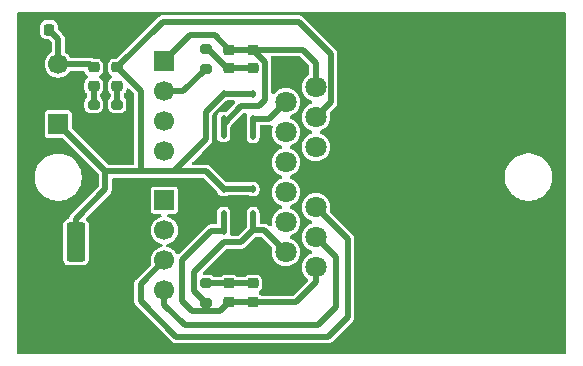
<source format=gbr>
%TF.GenerationSoftware,KiCad,Pcbnew,9.0.1*%
%TF.CreationDate,2025-04-09T21:36:18+02:00*%
%TF.ProjectId,projet_rubix_cube,70726f6a-6574-45f7-9275-6269785f6375,rev?*%
%TF.SameCoordinates,Original*%
%TF.FileFunction,Copper,L1,Top*%
%TF.FilePolarity,Positive*%
%FSLAX46Y46*%
G04 Gerber Fmt 4.6, Leading zero omitted, Abs format (unit mm)*
G04 Created by KiCad (PCBNEW 9.0.1) date 2025-04-09 21:36:18*
%MOMM*%
%LPD*%
G01*
G04 APERTURE LIST*
G04 Aperture macros list*
%AMRoundRect*
0 Rectangle with rounded corners*
0 $1 Rounding radius*
0 $2 $3 $4 $5 $6 $7 $8 $9 X,Y pos of 4 corners*
0 Add a 4 corners polygon primitive as box body*
4,1,4,$2,$3,$4,$5,$6,$7,$8,$9,$2,$3,0*
0 Add four circle primitives for the rounded corners*
1,1,$1+$1,$2,$3*
1,1,$1+$1,$4,$5*
1,1,$1+$1,$6,$7*
1,1,$1+$1,$8,$9*
0 Add four rect primitives between the rounded corners*
20,1,$1+$1,$2,$3,$4,$5,0*
20,1,$1+$1,$4,$5,$6,$7,0*
20,1,$1+$1,$6,$7,$8,$9,0*
20,1,$1+$1,$8,$9,$2,$3,0*%
G04 Aperture macros list end*
%TA.AperFunction,SMDPad,CuDef*%
%ADD10RoundRect,0.218750X-0.256250X0.218750X-0.256250X-0.218750X0.256250X-0.218750X0.256250X0.218750X0*%
%TD*%
%TA.AperFunction,SMDPad,CuDef*%
%ADD11RoundRect,0.218750X0.256250X-0.218750X0.256250X0.218750X-0.256250X0.218750X-0.256250X-0.218750X0*%
%TD*%
%TA.AperFunction,ComponentPad*%
%ADD12R,1.700000X1.700000*%
%TD*%
%TA.AperFunction,ComponentPad*%
%ADD13C,1.700000*%
%TD*%
%TA.AperFunction,ComponentPad*%
%ADD14R,1.800000X1.800000*%
%TD*%
%TA.AperFunction,ComponentPad*%
%ADD15C,1.800000*%
%TD*%
%TA.AperFunction,SMDPad,CuDef*%
%ADD16RoundRect,0.112500X-0.112500X0.187500X-0.112500X-0.187500X0.112500X-0.187500X0.112500X0.187500X0*%
%TD*%
%TA.AperFunction,SMDPad,CuDef*%
%ADD17RoundRect,0.200000X-0.275000X0.200000X-0.275000X-0.200000X0.275000X-0.200000X0.275000X0.200000X0*%
%TD*%
%TA.AperFunction,SMDPad,CuDef*%
%ADD18RoundRect,0.250000X-0.550000X1.412500X-0.550000X-1.412500X0.550000X-1.412500X0.550000X1.412500X0*%
%TD*%
%TA.AperFunction,SMDPad,CuDef*%
%ADD19RoundRect,0.225000X0.225000X0.250000X-0.225000X0.250000X-0.225000X-0.250000X0.225000X-0.250000X0*%
%TD*%
%TA.AperFunction,Conductor*%
%ADD20C,0.500000*%
%TD*%
G04 APERTURE END LIST*
D10*
%TO.P,D17,1,K*%
%TO.N,out_bobine1*%
X140500000Y-33212500D03*
%TO.P,D17,2,A*%
%TO.N,Net-(D17-A)*%
X140500000Y-34787500D03*
%TD*%
D11*
%TO.P,D19,1,K*%
%TO.N,Net-(D19-K)*%
X127000000Y-36287500D03*
%TO.P,D19,2,A*%
%TO.N,+5V*%
X127000000Y-34712500D03*
%TD*%
D12*
%TO.P,J2,1,Pin_1*%
%TO.N,alim_bobine1*%
X133000000Y-45960000D03*
D13*
%TO.P,J2,2,Pin_2*%
%TO.N,alim_bobine2*%
X133000000Y-48500000D03*
%TO.P,J2,3,Pin_3*%
%TO.N,alim_bobine3*%
X133000000Y-51040000D03*
%TO.P,J2,4,Pin_4*%
%TO.N,alim_bobine4*%
X133000000Y-53580000D03*
%TD*%
D14*
%TO.P,U2,1,SENSE_A*%
%TO.N,GND*%
X143280000Y-35105000D03*
D15*
%TO.P,U2,2,OUT1*%
%TO.N,out_bobine1*%
X145820000Y-36375000D03*
%TO.P,U2,3,OUT2*%
%TO.N,out_bobine2*%
X143280000Y-37645000D03*
%TO.P,U2,4,Vs*%
%TO.N,+24V*%
X145820000Y-38915000D03*
%TO.P,U2,5,IN1*%
%TO.N,alim_bobine1*%
X143280000Y-40185000D03*
%TO.P,U2,6,EnA*%
%TO.N,+5V*%
X145820000Y-41455000D03*
%TO.P,U2,7,IN2*%
%TO.N,alim_bobine2*%
X143280000Y-42725000D03*
%TO.P,U2,8,GND*%
%TO.N,GND*%
X145820000Y-43995000D03*
%TO.P,U2,9,Vss*%
%TO.N,+5V*%
X143280000Y-45265000D03*
%TO.P,U2,10,IN3*%
%TO.N,alim_bobine3*%
X145820000Y-46535000D03*
%TO.P,U2,11,EnB*%
%TO.N,+5V*%
X143280000Y-47805000D03*
%TO.P,U2,12,IN4*%
%TO.N,alim_bobine4*%
X145820000Y-49075000D03*
%TO.P,U2,13,OUT3*%
%TO.N,out_bobine3*%
X143280000Y-50345000D03*
%TO.P,U2,14,OUT4*%
%TO.N,out_bobine4*%
X145820000Y-51615000D03*
%TO.P,U2,15,SENSE_B*%
%TO.N,GND*%
X143280000Y-52885000D03*
%TD*%
D16*
%TO.P,D7,1,K*%
%TO.N,out_bobine3*%
X140500000Y-48500000D03*
%TO.P,D7,2,A*%
%TO.N,GND*%
X140500000Y-50600000D03*
%TD*%
D11*
%TO.P,D15,1,K*%
%TO.N,out_bobine4*%
X138500000Y-54575000D03*
%TO.P,D15,2,A*%
%TO.N,Net-(D15-A)*%
X138500000Y-53000000D03*
%TD*%
D17*
%TO.P,R6,1*%
%TO.N,Net-(D17-A)*%
X136500000Y-33175000D03*
%TO.P,R6,2*%
%TO.N,out_bobine2*%
X136500000Y-34825000D03*
%TD*%
D16*
%TO.P,D8,1,K*%
%TO.N,out_bobine4*%
X138000000Y-48550000D03*
%TO.P,D8,2,A*%
%TO.N,GND*%
X138000000Y-50650000D03*
%TD*%
%TO.P,D2,1,K*%
%TO.N,out_bobine1*%
X138000000Y-40450000D03*
%TO.P,D2,2,A*%
%TO.N,GND*%
X138000000Y-42550000D03*
%TD*%
D17*
%TO.P,R3,1*%
%TO.N,Net-(D19-K)*%
X127000000Y-37850000D03*
%TO.P,R3,2*%
%TO.N,GND*%
X127000000Y-39500000D03*
%TD*%
D10*
%TO.P,D16,1,K*%
%TO.N,Net-(D15-A)*%
X140500000Y-53000000D03*
%TO.P,D16,2,A*%
%TO.N,out_bobine4*%
X140500000Y-54575000D03*
%TD*%
D16*
%TO.P,D6,1,K*%
%TO.N,+24V*%
X138000000Y-45000000D03*
%TO.P,D6,2,A*%
%TO.N,out_bobine4*%
X138000000Y-47100000D03*
%TD*%
D12*
%TO.P,J1,1,Pin_1*%
%TO.N,out_bobine1*%
X133000000Y-34190000D03*
D13*
%TO.P,J1,2,Pin_2*%
%TO.N,out_bobine2*%
X133000000Y-36730000D03*
%TO.P,J1,3,Pin_3*%
%TO.N,out_bobine3*%
X133000000Y-39270000D03*
%TO.P,J1,4,Pin_4*%
%TO.N,out_bobine4*%
X133000000Y-41810000D03*
%TD*%
D12*
%TO.P,J3,1,Pin_1*%
%TO.N,+24V*%
X124000000Y-39500000D03*
D13*
%TO.P,J3,2,Pin_2*%
%TO.N,GND*%
X124000000Y-36960000D03*
%TO.P,J3,3,Pin_3*%
%TO.N,+5V*%
X124000000Y-34420000D03*
%TD*%
D11*
%TO.P,D14,1,K*%
%TO.N,Net-(D14-K)*%
X129000000Y-36287500D03*
%TO.P,D14,2,A*%
%TO.N,+24V*%
X129000000Y-34712500D03*
%TD*%
D16*
%TO.P,D1,1,K*%
%TO.N,+24V*%
X138000000Y-36950000D03*
%TO.P,D1,2,A*%
%TO.N,out_bobine1*%
X138000000Y-39050000D03*
%TD*%
%TO.P,D4,1,K*%
%TO.N,out_bobine2*%
X140500000Y-40500000D03*
%TO.P,D4,2,A*%
%TO.N,GND*%
X140500000Y-42600000D03*
%TD*%
D17*
%TO.P,R4,1*%
%TO.N,Net-(D14-K)*%
X129000000Y-37850000D03*
%TO.P,R4,2*%
%TO.N,GND*%
X129000000Y-39500000D03*
%TD*%
%TO.P,R5,1*%
%TO.N,Net-(D15-A)*%
X136500000Y-52962500D03*
%TO.P,R5,2*%
%TO.N,out_bobine3*%
X136500000Y-54612500D03*
%TD*%
D16*
%TO.P,D5,1,K*%
%TO.N,+24V*%
X140500000Y-45000000D03*
%TO.P,D5,2,A*%
%TO.N,out_bobine3*%
X140500000Y-47100000D03*
%TD*%
D18*
%TO.P,C2,1*%
%TO.N,+24V*%
X125500000Y-49500000D03*
%TO.P,C2,2*%
%TO.N,GND*%
X125500000Y-54575000D03*
%TD*%
D11*
%TO.P,D18,1,K*%
%TO.N,Net-(D17-A)*%
X138500000Y-34787500D03*
%TO.P,D18,2,A*%
%TO.N,out_bobine1*%
X138500000Y-33212500D03*
%TD*%
D16*
%TO.P,D3,1,K*%
%TO.N,+24V*%
X140500000Y-36950000D03*
%TO.P,D3,2,A*%
%TO.N,out_bobine2*%
X140500000Y-39050000D03*
%TD*%
D19*
%TO.P,C1,1*%
%TO.N,GND*%
X124775000Y-31500000D03*
%TO.P,C1,2*%
%TO.N,+5V*%
X123225000Y-31500000D03*
%TD*%
D20*
%TO.N,+5V*%
X126707500Y-34420000D02*
X127000000Y-34712500D01*
X124000000Y-32275000D02*
X123225000Y-31500000D01*
X124000000Y-34420000D02*
X126707500Y-34420000D01*
X124000000Y-34420000D02*
X124000000Y-32275000D01*
%TO.N,GND*%
X127000000Y-39500000D02*
X129000000Y-39500000D01*
X138000000Y-50650000D02*
X140450000Y-50650000D01*
X124460000Y-36960000D02*
X127000000Y-39500000D01*
X140450000Y-50650000D02*
X140500000Y-50600000D01*
X124000000Y-36960000D02*
X124460000Y-36960000D01*
X140450000Y-42550000D02*
X140500000Y-42600000D01*
X138000000Y-42550000D02*
X140450000Y-42550000D01*
%TO.N,+24V*%
X147071000Y-37664000D02*
X147071000Y-33571000D01*
X136500000Y-43500000D02*
X133799700Y-43500000D01*
X144356250Y-30856250D02*
X132856250Y-30856250D01*
X138000000Y-45000000D02*
X140500000Y-45000000D01*
X138000000Y-45000000D02*
X136500000Y-43500000D01*
X131000000Y-36712500D02*
X131000000Y-43500000D01*
X136500000Y-40799700D02*
X133799700Y-43500000D01*
X132856250Y-30856250D02*
X129000000Y-34712500D01*
X125500000Y-49500000D02*
X125500000Y-47500000D01*
X145820000Y-38915000D02*
X147071000Y-37664000D01*
X129000000Y-34712500D02*
X131000000Y-36712500D01*
X136500000Y-38450000D02*
X136500000Y-40799700D01*
X124000000Y-39500000D02*
X126500000Y-42000000D01*
X147071000Y-33571000D02*
X144356250Y-30856250D01*
X128000000Y-43500000D02*
X126500000Y-42000000D01*
X128000000Y-45000000D02*
X128000000Y-43500000D01*
X131000000Y-43500000D02*
X128000000Y-43500000D01*
X133799700Y-43500000D02*
X131000000Y-43500000D01*
X125500000Y-47500000D02*
X128000000Y-45000000D01*
X138000000Y-36950000D02*
X140500000Y-36950000D01*
X138000000Y-36950000D02*
X136500000Y-38450000D01*
%TO.N,alim_bobine3*%
X131000000Y-53040000D02*
X131000000Y-54500000D01*
X131000000Y-54500000D02*
X134000000Y-57500000D01*
X148500000Y-55818309D02*
X148500000Y-49215000D01*
X148500000Y-49215000D02*
X145820000Y-46535000D01*
X134000000Y-57500000D02*
X146818309Y-57500000D01*
X133000000Y-51040000D02*
X131000000Y-53040000D01*
X146818309Y-57500000D02*
X148500000Y-55818309D01*
%TO.N,alim_bobine4*%
X133000000Y-54790000D02*
X134710000Y-56500000D01*
X133000000Y-53580000D02*
X133000000Y-54790000D01*
X147500000Y-55000000D02*
X147500000Y-50755000D01*
X147500000Y-50755000D02*
X145820000Y-49075000D01*
X134710000Y-56500000D02*
X146000000Y-56500000D01*
X146000000Y-56500000D02*
X147500000Y-55000000D01*
%TO.N,out_bobine1*%
X145820000Y-34320000D02*
X144712500Y-33212500D01*
X138000000Y-39500000D02*
X139500000Y-38000000D01*
X139500000Y-38000000D02*
X141000000Y-38000000D01*
X145820000Y-36375000D02*
X145820000Y-34320000D01*
X141500000Y-37500000D02*
X141500000Y-34212500D01*
X135190000Y-32000000D02*
X137287500Y-32000000D01*
X144712500Y-33212500D02*
X140500000Y-33212500D01*
X138000000Y-39500000D02*
X138000000Y-39050000D01*
X138000000Y-40450000D02*
X138000000Y-39500000D01*
X138500000Y-33212500D02*
X140500000Y-33212500D01*
X137287500Y-32000000D02*
X138500000Y-33212500D01*
X141500000Y-34212500D02*
X140500000Y-33212500D01*
X141000000Y-38000000D02*
X141500000Y-37500000D01*
X133000000Y-34190000D02*
X135190000Y-32000000D01*
%TO.N,out_bobine2*%
X134595000Y-36730000D02*
X136500000Y-34825000D01*
X140500000Y-39050000D02*
X141875000Y-39050000D01*
X141875000Y-39050000D02*
X143280000Y-37645000D01*
X133000000Y-36730000D02*
X134595000Y-36730000D01*
X140500000Y-40500000D02*
X140500000Y-39050000D01*
%TO.N,out_bobine3*%
X141435000Y-48500000D02*
X143280000Y-50345000D01*
X135500000Y-52000000D02*
X138000000Y-49500000D01*
X140500000Y-47100000D02*
X140500000Y-48500000D01*
X136500000Y-54612500D02*
X135500000Y-53612500D01*
X139500000Y-49500000D02*
X140500000Y-48500000D01*
X138000000Y-49500000D02*
X139500000Y-49500000D01*
X140500000Y-48500000D02*
X141435000Y-48500000D01*
X135500000Y-53612500D02*
X135500000Y-52000000D01*
%TO.N,out_bobine4*%
X138000000Y-48550000D02*
X136950000Y-48550000D01*
X134500000Y-51000000D02*
X134500000Y-54500000D01*
X145820000Y-52887792D02*
X145820000Y-51615000D01*
X136950000Y-48550000D02*
X134500000Y-51000000D01*
X140500000Y-54575000D02*
X144132792Y-54575000D01*
X138000000Y-47100000D02*
X138000000Y-48550000D01*
X140500000Y-54575000D02*
X138500000Y-54575000D01*
X134500000Y-54500000D02*
X135363500Y-55363500D01*
X144132792Y-54575000D02*
X145820000Y-52887792D01*
X135363500Y-55363500D02*
X137711500Y-55363500D01*
X137711500Y-55363500D02*
X138500000Y-54575000D01*
%TO.N,Net-(D14-K)*%
X129000000Y-37850000D02*
X129000000Y-36287500D01*
%TO.N,Net-(D15-A)*%
X138462500Y-52962500D02*
X138500000Y-53000000D01*
X140500000Y-53000000D02*
X138500000Y-53000000D01*
X136500000Y-52962500D02*
X138462500Y-52962500D01*
%TO.N,Net-(D17-A)*%
X138500000Y-34787500D02*
X140500000Y-34787500D01*
X136500000Y-33175000D02*
X136675000Y-33175000D01*
X138287500Y-34787500D02*
X138500000Y-34787500D01*
X136675000Y-33175000D02*
X138287500Y-34787500D01*
%TO.N,Net-(D19-K)*%
X127000000Y-36287500D02*
X127000000Y-37850000D01*
%TD*%
%TA.AperFunction,Conductor*%
%TO.N,GND*%
G36*
X166925000Y-30020462D02*
G01*
X166979538Y-30075000D01*
X166999500Y-30149500D01*
X166999500Y-58850500D01*
X166979538Y-58925000D01*
X166925000Y-58979538D01*
X166850500Y-58999500D01*
X120649500Y-58999500D01*
X120575000Y-58979538D01*
X120520462Y-58925000D01*
X120500500Y-58850500D01*
X120500500Y-43868876D01*
X121999500Y-43868876D01*
X121999500Y-44131123D01*
X122033728Y-44391107D01*
X122033728Y-44391110D01*
X122101600Y-44644415D01*
X122101600Y-44644416D01*
X122201959Y-44886701D01*
X122231135Y-44937235D01*
X122330189Y-45108803D01*
X122333078Y-45113806D01*
X122333078Y-45113807D01*
X122492715Y-45321848D01*
X122678151Y-45507284D01*
X122824148Y-45619312D01*
X122886197Y-45666924D01*
X123113303Y-45798043D01*
X123317809Y-45882752D01*
X123355583Y-45898399D01*
X123443332Y-45921910D01*
X123608884Y-45966270D01*
X123608890Y-45966270D01*
X123608891Y-45966271D01*
X123645834Y-45971134D01*
X123868877Y-46000499D01*
X123868878Y-46000500D01*
X123868880Y-46000500D01*
X124131122Y-46000500D01*
X124131122Y-46000499D01*
X124391108Y-45966271D01*
X124391110Y-45966271D01*
X124391111Y-45966270D01*
X124391116Y-45966270D01*
X124644415Y-45898399D01*
X124644416Y-45898399D01*
X124644417Y-45898398D01*
X124644419Y-45898398D01*
X124886697Y-45798043D01*
X125113803Y-45666924D01*
X125321848Y-45507284D01*
X125321849Y-45507284D01*
X125507284Y-45321849D01*
X125507284Y-45321848D01*
X125511119Y-45316851D01*
X125666924Y-45113803D01*
X125798043Y-44886697D01*
X125898398Y-44644419D01*
X125966270Y-44391116D01*
X126000500Y-44131120D01*
X126000500Y-43868880D01*
X125966270Y-43608884D01*
X125898398Y-43355581D01*
X125798043Y-43113303D01*
X125666924Y-42886197D01*
X125666921Y-42886193D01*
X125666921Y-42886192D01*
X125507284Y-42678151D01*
X125321848Y-42492715D01*
X125113806Y-42333078D01*
X125105142Y-42328076D01*
X124947503Y-42237063D01*
X124886701Y-42201959D01*
X124886699Y-42201958D01*
X124886697Y-42201957D01*
X124811154Y-42170666D01*
X124644416Y-42101600D01*
X124418255Y-42041002D01*
X124391116Y-42033730D01*
X124391114Y-42033729D01*
X124391108Y-42033728D01*
X124131123Y-41999500D01*
X124131120Y-41999500D01*
X123868880Y-41999500D01*
X123868876Y-41999500D01*
X123608892Y-42033728D01*
X123608889Y-42033728D01*
X123355584Y-42101600D01*
X123355583Y-42101600D01*
X123113298Y-42201959D01*
X122886193Y-42333078D01*
X122886192Y-42333078D01*
X122678151Y-42492715D01*
X122678151Y-42492716D01*
X122678149Y-42492718D01*
X122492718Y-42678149D01*
X122492716Y-42678151D01*
X122492715Y-42678151D01*
X122333078Y-42886192D01*
X122333078Y-42886193D01*
X122201959Y-43113298D01*
X122101600Y-43355583D01*
X122101600Y-43355584D01*
X122033728Y-43608889D01*
X122033728Y-43608892D01*
X121999500Y-43868876D01*
X120500500Y-43868876D01*
X120500500Y-38605135D01*
X122849500Y-38605135D01*
X122849500Y-38605136D01*
X122849500Y-38605140D01*
X122849500Y-40394866D01*
X122852414Y-40419989D01*
X122852415Y-40419992D01*
X122897793Y-40522764D01*
X122897794Y-40522765D01*
X122977235Y-40602206D01*
X123080009Y-40647585D01*
X123105135Y-40650500D01*
X124310256Y-40650499D01*
X124384756Y-40670461D01*
X124415615Y-40694140D01*
X127405859Y-43684384D01*
X127444423Y-43751179D01*
X127449500Y-43789743D01*
X127449500Y-44710257D01*
X127429538Y-44784757D01*
X127405859Y-44815616D01*
X125059489Y-47161985D01*
X125018950Y-47232201D01*
X125018947Y-47232207D01*
X125011912Y-47244394D01*
X124987016Y-47287515D01*
X124949500Y-47427525D01*
X124949500Y-47431556D01*
X124943620Y-47448435D01*
X124930216Y-47468152D01*
X124921084Y-47490173D01*
X124908894Y-47499517D01*
X124900260Y-47512220D01*
X124878795Y-47522593D01*
X124859874Y-47537099D01*
X124835680Y-47543428D01*
X124830816Y-47545780D01*
X124827599Y-47545543D01*
X124820687Y-47547352D01*
X124818440Y-47547621D01*
X124818436Y-47547622D01*
X124677658Y-47603138D01*
X124677658Y-47603139D01*
X124557079Y-47694576D01*
X124557076Y-47694579D01*
X124465639Y-47815158D01*
X124465638Y-47815158D01*
X124410122Y-47955936D01*
X124399500Y-48044394D01*
X124399500Y-50955605D01*
X124410122Y-51044063D01*
X124465638Y-51184841D01*
X124557076Y-51305420D01*
X124557079Y-51305423D01*
X124580547Y-51323219D01*
X124677658Y-51396861D01*
X124818436Y-51452377D01*
X124906898Y-51463000D01*
X124906899Y-51463000D01*
X126093101Y-51463000D01*
X126093102Y-51463000D01*
X126181564Y-51452377D01*
X126322342Y-51396861D01*
X126442922Y-51305422D01*
X126534361Y-51184842D01*
X126589877Y-51044064D01*
X126600500Y-50955602D01*
X126600500Y-48044398D01*
X126589877Y-47955936D01*
X126534361Y-47815158D01*
X126523245Y-47800500D01*
X126442923Y-47694579D01*
X126442920Y-47694576D01*
X126380904Y-47647548D01*
X126374921Y-47643011D01*
X126327622Y-47582091D01*
X126317119Y-47505681D01*
X126346229Y-47434257D01*
X126359586Y-47418937D01*
X128440510Y-45338015D01*
X128512984Y-45212485D01*
X128550500Y-45072474D01*
X128550500Y-44927526D01*
X128550500Y-44927525D01*
X128550500Y-44199500D01*
X128570462Y-44125000D01*
X128625000Y-44070462D01*
X128699500Y-44050500D01*
X130927525Y-44050500D01*
X133727225Y-44050500D01*
X133727226Y-44050500D01*
X133872174Y-44050500D01*
X136210257Y-44050500D01*
X136284757Y-44070462D01*
X136315616Y-44094141D01*
X137446481Y-45225006D01*
X137485045Y-45291801D01*
X137488287Y-45307051D01*
X137489817Y-45316714D01*
X137511608Y-45359481D01*
X137549211Y-45433281D01*
X137641719Y-45525789D01*
X137758285Y-45585182D01*
X137854997Y-45600500D01*
X138145002Y-45600499D01*
X138241715Y-45585182D01*
X138277910Y-45566740D01*
X138345554Y-45550500D01*
X140154446Y-45550500D01*
X140222089Y-45566739D01*
X140258285Y-45585182D01*
X140354997Y-45600500D01*
X140645002Y-45600499D01*
X140741715Y-45585182D01*
X140858281Y-45525789D01*
X140950789Y-45433281D01*
X141010182Y-45316715D01*
X141025500Y-45220003D01*
X141025499Y-45185390D01*
X141030576Y-45146827D01*
X141050500Y-45072475D01*
X141050500Y-44927525D01*
X141030575Y-44853167D01*
X141025499Y-44814604D01*
X141025499Y-44780001D01*
X141024228Y-44771975D01*
X141010182Y-44683285D01*
X140950789Y-44566719D01*
X140858281Y-44474211D01*
X140777910Y-44433260D01*
X140741716Y-44414818D01*
X140725596Y-44412265D01*
X140645003Y-44399500D01*
X140644998Y-44399500D01*
X140355001Y-44399500D01*
X140258283Y-44414818D01*
X140258282Y-44414818D01*
X140222090Y-44433260D01*
X140154446Y-44449500D01*
X138345554Y-44449500D01*
X138292483Y-44439728D01*
X138285024Y-44436884D01*
X138241715Y-44414818D01*
X138216764Y-44410865D01*
X138202294Y-44405350D01*
X138183160Y-44391517D01*
X138161593Y-44381914D01*
X138150006Y-44371481D01*
X136838015Y-43059490D01*
X136712485Y-42987016D01*
X136572475Y-42949500D01*
X135488443Y-42949500D01*
X135413943Y-42929538D01*
X135359405Y-42875000D01*
X135339443Y-42800500D01*
X135359405Y-42726000D01*
X135383084Y-42695141D01*
X136135300Y-41942925D01*
X136940510Y-41137715D01*
X137012984Y-41012185D01*
X137022737Y-40975788D01*
X137025073Y-40967072D01*
X137050499Y-40872178D01*
X137050500Y-40872174D01*
X137050500Y-38739742D01*
X137070462Y-38665242D01*
X137094137Y-38634387D01*
X138150007Y-37578516D01*
X138202295Y-37544648D01*
X138216762Y-37539133D01*
X138241715Y-37535182D01*
X138285026Y-37513113D01*
X138292485Y-37510271D01*
X138314105Y-37508050D01*
X138345554Y-37500500D01*
X138861257Y-37500500D01*
X138935757Y-37520462D01*
X138990295Y-37575000D01*
X139010257Y-37649500D01*
X138990295Y-37724000D01*
X138966616Y-37754859D01*
X138308296Y-38413177D01*
X138241501Y-38451741D01*
X138179631Y-38454984D01*
X138156319Y-38451292D01*
X138145003Y-38449500D01*
X138145001Y-38449500D01*
X137855001Y-38449500D01*
X137758284Y-38464818D01*
X137758282Y-38464819D01*
X137641718Y-38524211D01*
X137549211Y-38616718D01*
X137489818Y-38733283D01*
X137489818Y-38733285D01*
X137474500Y-38829997D01*
X137474500Y-38830001D01*
X137474500Y-38864607D01*
X137469423Y-38903172D01*
X137449500Y-38977523D01*
X137449500Y-40522478D01*
X137469423Y-40596830D01*
X137474500Y-40635390D01*
X137474500Y-40669997D01*
X137477219Y-40687165D01*
X137489818Y-40766715D01*
X137549211Y-40883281D01*
X137641719Y-40975789D01*
X137758285Y-41035182D01*
X137854997Y-41050500D01*
X138145002Y-41050499D01*
X138241715Y-41035182D01*
X138358281Y-40975789D01*
X138450789Y-40883281D01*
X138510182Y-40766715D01*
X138525500Y-40670003D01*
X138525499Y-40635390D01*
X138530576Y-40596827D01*
X138550500Y-40522475D01*
X138550500Y-39789743D01*
X138570462Y-39715243D01*
X138594141Y-39684384D01*
X139684384Y-38594141D01*
X139701371Y-38584333D01*
X139715243Y-38570462D01*
X139734191Y-38565384D01*
X139751179Y-38555577D01*
X139789743Y-38550500D01*
X139844312Y-38550500D01*
X139918812Y-38570462D01*
X139973350Y-38625000D01*
X139993312Y-38699500D01*
X139991478Y-38722809D01*
X139989819Y-38733282D01*
X139989818Y-38733285D01*
X139974500Y-38829997D01*
X139974500Y-38830001D01*
X139974500Y-38830002D01*
X139974500Y-38864607D01*
X139969423Y-38903172D01*
X139949500Y-38977523D01*
X139949500Y-40572478D01*
X139969423Y-40646830D01*
X139974500Y-40685390D01*
X139974500Y-40719997D01*
X139989818Y-40816715D01*
X139989819Y-40816717D01*
X139994448Y-40825801D01*
X140049211Y-40933281D01*
X140141719Y-41025789D01*
X140258285Y-41085182D01*
X140354997Y-41100500D01*
X140645002Y-41100499D01*
X140741715Y-41085182D01*
X140858281Y-41025789D01*
X140950789Y-40933281D01*
X141010182Y-40816715D01*
X141025500Y-40720003D01*
X141025499Y-40685390D01*
X141030576Y-40646827D01*
X141050500Y-40572475D01*
X141050500Y-39749500D01*
X141070462Y-39675000D01*
X141125000Y-39620462D01*
X141199500Y-39600500D01*
X141947474Y-39600500D01*
X141947475Y-39600500D01*
X141967370Y-39595168D01*
X142044495Y-39595167D01*
X142111291Y-39633729D01*
X142149858Y-39700522D01*
X142149860Y-39777650D01*
X142147644Y-39785134D01*
X142109059Y-39903886D01*
X142098226Y-39972283D01*
X142079500Y-40090519D01*
X142079500Y-40279481D01*
X142109060Y-40466118D01*
X142167453Y-40645832D01*
X142167457Y-40645841D01*
X142167458Y-40645842D01*
X142181263Y-40672936D01*
X142253240Y-40814199D01*
X142364310Y-40967073D01*
X142497927Y-41100690D01*
X142650801Y-41211760D01*
X142819168Y-41297547D01*
X142867629Y-41313293D01*
X142932314Y-41355300D01*
X142967329Y-41424022D01*
X142963292Y-41501044D01*
X142921285Y-41565729D01*
X142867629Y-41596706D01*
X142819168Y-41612453D01*
X142819163Y-41612455D01*
X142819157Y-41612458D01*
X142650804Y-41698238D01*
X142650799Y-41698241D01*
X142497936Y-41809303D01*
X142497925Y-41809312D01*
X142364312Y-41942925D01*
X142364303Y-41942936D01*
X142253241Y-42095799D01*
X142253238Y-42095804D01*
X142167458Y-42264157D01*
X142167455Y-42264163D01*
X142167453Y-42264168D01*
X142109060Y-42443882D01*
X142079500Y-42630519D01*
X142079500Y-42819481D01*
X142109060Y-43006118D01*
X142167453Y-43185832D01*
X142253240Y-43354199D01*
X142364310Y-43507073D01*
X142497927Y-43640690D01*
X142650801Y-43751760D01*
X142819168Y-43837547D01*
X142867629Y-43853293D01*
X142932314Y-43895300D01*
X142967329Y-43964022D01*
X142963292Y-44041044D01*
X142921285Y-44105729D01*
X142867629Y-44136706D01*
X142819168Y-44152453D01*
X142819163Y-44152455D01*
X142819157Y-44152458D01*
X142650804Y-44238238D01*
X142650799Y-44238241D01*
X142497936Y-44349303D01*
X142497925Y-44349312D01*
X142364312Y-44482925D01*
X142364303Y-44482936D01*
X142253241Y-44635799D01*
X142253238Y-44635804D01*
X142167458Y-44804157D01*
X142167451Y-44804174D01*
X142140636Y-44886701D01*
X142109060Y-44983882D01*
X142079500Y-45170519D01*
X142079500Y-45359481D01*
X142109060Y-45546118D01*
X142167453Y-45725832D01*
X142167457Y-45725841D01*
X142167458Y-45725842D01*
X142181263Y-45752936D01*
X142253240Y-45894199D01*
X142364310Y-46047073D01*
X142497927Y-46180690D01*
X142650801Y-46291760D01*
X142819168Y-46377547D01*
X142867629Y-46393293D01*
X142932314Y-46435300D01*
X142967329Y-46504022D01*
X142963292Y-46581044D01*
X142921285Y-46645729D01*
X142867629Y-46676706D01*
X142819168Y-46692453D01*
X142819163Y-46692455D01*
X142819157Y-46692458D01*
X142650804Y-46778238D01*
X142650799Y-46778241D01*
X142497936Y-46889303D01*
X142497925Y-46889312D01*
X142364312Y-47022925D01*
X142364303Y-47022936D01*
X142253241Y-47175799D01*
X142253238Y-47175804D01*
X142167458Y-47344157D01*
X142167451Y-47344174D01*
X142140368Y-47427525D01*
X142109060Y-47523882D01*
X142079500Y-47710519D01*
X142079500Y-47899481D01*
X142092180Y-47979538D01*
X142095553Y-48000836D01*
X142087490Y-48077542D01*
X142042155Y-48139939D01*
X141971695Y-48171310D01*
X141894989Y-48163247D01*
X141843028Y-48129503D01*
X141773015Y-48059490D01*
X141746876Y-48044399D01*
X141647485Y-47987016D01*
X141507475Y-47949500D01*
X141199500Y-47949500D01*
X141125000Y-47929538D01*
X141070462Y-47875000D01*
X141050500Y-47800500D01*
X141050500Y-47027525D01*
X141050499Y-47027523D01*
X141042007Y-46995832D01*
X141030575Y-46953167D01*
X141025499Y-46914604D01*
X141025499Y-46880001D01*
X141025499Y-46879998D01*
X141010182Y-46783285D01*
X140950789Y-46666719D01*
X140858281Y-46574211D01*
X140842125Y-46565979D01*
X140741716Y-46514818D01*
X140725596Y-46512265D01*
X140645003Y-46499500D01*
X140644998Y-46499500D01*
X140355001Y-46499500D01*
X140258284Y-46514818D01*
X140258282Y-46514819D01*
X140141718Y-46574211D01*
X140049211Y-46666718D01*
X139989818Y-46783283D01*
X139989818Y-46783285D01*
X139974500Y-46879997D01*
X139974500Y-46879998D01*
X139974500Y-46880001D01*
X139974500Y-46914607D01*
X139969423Y-46953172D01*
X139949500Y-47027523D01*
X139949500Y-48210257D01*
X139929538Y-48284757D01*
X139905859Y-48315616D01*
X139315616Y-48905859D01*
X139248821Y-48944423D01*
X139210257Y-48949500D01*
X138671527Y-48949500D01*
X138668148Y-48948594D01*
X138664733Y-48949345D01*
X138631105Y-48938669D01*
X138597027Y-48929538D01*
X138594554Y-48927065D01*
X138591221Y-48926007D01*
X138567434Y-48899945D01*
X138542489Y-48875000D01*
X138541584Y-48871622D01*
X138539226Y-48869039D01*
X138536684Y-48853338D01*
X138522527Y-48800500D01*
X138522682Y-48793706D01*
X138523061Y-48785401D01*
X138525500Y-48770003D01*
X138525499Y-48731984D01*
X138525654Y-48728595D01*
X138526918Y-48724612D01*
X138530576Y-48696827D01*
X138550500Y-48622475D01*
X138550500Y-47027525D01*
X138530575Y-46953167D01*
X138525499Y-46914604D01*
X138525499Y-46880001D01*
X138525499Y-46879998D01*
X138510182Y-46783285D01*
X138450789Y-46666719D01*
X138358281Y-46574211D01*
X138342125Y-46565979D01*
X138241716Y-46514818D01*
X138225596Y-46512265D01*
X138145003Y-46499500D01*
X138144998Y-46499500D01*
X137855001Y-46499500D01*
X137758284Y-46514818D01*
X137758282Y-46514819D01*
X137641718Y-46574211D01*
X137549211Y-46666718D01*
X137489818Y-46783283D01*
X137489818Y-46783285D01*
X137474500Y-46879997D01*
X137474500Y-46879998D01*
X137474500Y-46880001D01*
X137474500Y-46914607D01*
X137469423Y-46953172D01*
X137449500Y-47027523D01*
X137449500Y-47850500D01*
X137429538Y-47925000D01*
X137375000Y-47979538D01*
X137300500Y-47999500D01*
X136877525Y-47999500D01*
X136737515Y-48037016D01*
X136737513Y-48037016D01*
X136737513Y-48037017D01*
X136611984Y-48109490D01*
X134230431Y-50491042D01*
X134163636Y-50529606D01*
X134086508Y-50529606D01*
X134019713Y-50491042D01*
X133992312Y-50453327D01*
X133983997Y-50437008D01*
X133983994Y-50437003D01*
X133894643Y-50314022D01*
X133877553Y-50290499D01*
X133749501Y-50162447D01*
X133602994Y-50056004D01*
X133441639Y-49973789D01*
X133269408Y-49917828D01*
X133265223Y-49917166D01*
X133194762Y-49885796D01*
X133149427Y-49823398D01*
X133141364Y-49746693D01*
X133172734Y-49676232D01*
X133235132Y-49630897D01*
X133265223Y-49622834D01*
X133265362Y-49622811D01*
X133269409Y-49622171D01*
X133441639Y-49566211D01*
X133602994Y-49483996D01*
X133749501Y-49377553D01*
X133877553Y-49249501D01*
X133983996Y-49102994D01*
X134066211Y-48941639D01*
X134122171Y-48769409D01*
X134150500Y-48590546D01*
X134150500Y-48409454D01*
X134122171Y-48230591D01*
X134066211Y-48058361D01*
X133983996Y-47897006D01*
X133877553Y-47750499D01*
X133749501Y-47622447D01*
X133602994Y-47516004D01*
X133441639Y-47433789D01*
X133395904Y-47418929D01*
X133341361Y-47401207D01*
X133276676Y-47359200D01*
X133241660Y-47290478D01*
X133245696Y-47213456D01*
X133287703Y-47148771D01*
X133356425Y-47113755D01*
X133387401Y-47110499D01*
X133894864Y-47110499D01*
X133894867Y-47110499D01*
X133909940Y-47108750D01*
X133919991Y-47107585D01*
X134022765Y-47062206D01*
X134102206Y-46982765D01*
X134147585Y-46879991D01*
X134150500Y-46854865D01*
X134150499Y-45065136D01*
X134147585Y-45040009D01*
X134102206Y-44937235D01*
X134022765Y-44857794D01*
X134022764Y-44857793D01*
X133919994Y-44812416D01*
X133919991Y-44812415D01*
X133919982Y-44812414D01*
X133894865Y-44809500D01*
X133894859Y-44809500D01*
X132105133Y-44809500D01*
X132080010Y-44812414D01*
X132080007Y-44812415D01*
X131977235Y-44857793D01*
X131897793Y-44937235D01*
X131852416Y-45040005D01*
X131852415Y-45040008D01*
X131852415Y-45040009D01*
X131849500Y-45065135D01*
X131849500Y-45065136D01*
X131849500Y-45065140D01*
X131849500Y-46854866D01*
X131852414Y-46879989D01*
X131852415Y-46879992D01*
X131897793Y-46982764D01*
X131897794Y-46982765D01*
X131977235Y-47062206D01*
X132080009Y-47107585D01*
X132105135Y-47110500D01*
X132612596Y-47110499D01*
X132687094Y-47130461D01*
X132741632Y-47184999D01*
X132761594Y-47259499D01*
X132741632Y-47333999D01*
X132687094Y-47388537D01*
X132658638Y-47401206D01*
X132558364Y-47433786D01*
X132558363Y-47433787D01*
X132397004Y-47516005D01*
X132397003Y-47516005D01*
X132250500Y-47622446D01*
X132250497Y-47622448D01*
X132122448Y-47750497D01*
X132122446Y-47750500D01*
X132016005Y-47897003D01*
X132016005Y-47897004D01*
X131933789Y-48058360D01*
X131899710Y-48163247D01*
X131877829Y-48230591D01*
X131849500Y-48409454D01*
X131849500Y-48590546D01*
X131877829Y-48769409D01*
X131933789Y-48941639D01*
X132014733Y-49100500D01*
X132016005Y-49102995D01*
X132016005Y-49102996D01*
X132028695Y-49120462D01*
X132122447Y-49249501D01*
X132250499Y-49377553D01*
X132397006Y-49483996D01*
X132558361Y-49566211D01*
X132730591Y-49622171D01*
X132730592Y-49622171D01*
X132730595Y-49622172D01*
X132734779Y-49622835D01*
X132805238Y-49654206D01*
X132850573Y-49716604D01*
X132858634Y-49793310D01*
X132827263Y-49863769D01*
X132764865Y-49909104D01*
X132734779Y-49917165D01*
X132730595Y-49917827D01*
X132558360Y-49973789D01*
X132397004Y-50056005D01*
X132397003Y-50056005D01*
X132250500Y-50162446D01*
X132250497Y-50162448D01*
X132122448Y-50290497D01*
X132122446Y-50290500D01*
X132016005Y-50437003D01*
X132016005Y-50437004D01*
X131933789Y-50598360D01*
X131877829Y-50770591D01*
X131849500Y-50949454D01*
X131849500Y-51130546D01*
X131870113Y-51260690D01*
X131876103Y-51298510D01*
X131868040Y-51375215D01*
X131834296Y-51427177D01*
X130559489Y-52701985D01*
X130537196Y-52740599D01*
X130511019Y-52785940D01*
X130503018Y-52799798D01*
X130487016Y-52827513D01*
X130449500Y-52967524D01*
X130449500Y-54572475D01*
X130473485Y-54661986D01*
X130487016Y-54712486D01*
X130518268Y-54766616D01*
X130559490Y-54838015D01*
X133661986Y-57940510D01*
X133787515Y-58012984D01*
X133927525Y-58050500D01*
X146890784Y-58050500D01*
X147030794Y-58012984D01*
X147156324Y-57940510D01*
X148940510Y-56156324D01*
X149012984Y-56030794D01*
X149024714Y-55987016D01*
X149050500Y-55890784D01*
X149050500Y-49142525D01*
X149012984Y-49002515D01*
X148982376Y-48949500D01*
X148940510Y-48876985D01*
X147028209Y-46964684D01*
X146989645Y-46897889D01*
X146989645Y-46821823D01*
X146989574Y-46821806D01*
X146989645Y-46821510D01*
X146989645Y-46820761D01*
X146990593Y-46817560D01*
X146990940Y-46816116D01*
X146996140Y-46783283D01*
X147020500Y-46629481D01*
X147020500Y-46440519D01*
X146990940Y-46253882D01*
X146932547Y-46074168D01*
X146846760Y-45905801D01*
X146735690Y-45752927D01*
X146602073Y-45619310D01*
X146449199Y-45508240D01*
X146280832Y-45422453D01*
X146101118Y-45364060D01*
X145914481Y-45334500D01*
X145725519Y-45334500D01*
X145538882Y-45364060D01*
X145359168Y-45422453D01*
X145359163Y-45422455D01*
X145359157Y-45422458D01*
X145190804Y-45508238D01*
X145190799Y-45508241D01*
X145037936Y-45619303D01*
X145037925Y-45619312D01*
X144904312Y-45752925D01*
X144904303Y-45752936D01*
X144793241Y-45905799D01*
X144793238Y-45905804D01*
X144707458Y-46074157D01*
X144707455Y-46074163D01*
X144707453Y-46074168D01*
X144649060Y-46253882D01*
X144619500Y-46440519D01*
X144619500Y-46629481D01*
X144649060Y-46816118D01*
X144707453Y-46995832D01*
X144707457Y-46995841D01*
X144707458Y-46995842D01*
X144721263Y-47022936D01*
X144793240Y-47164199D01*
X144904310Y-47317073D01*
X145037927Y-47450690D01*
X145190801Y-47561760D01*
X145359168Y-47647547D01*
X145407629Y-47663293D01*
X145472314Y-47705300D01*
X145507329Y-47774022D01*
X145503292Y-47851044D01*
X145461285Y-47915729D01*
X145407629Y-47946706D01*
X145359168Y-47962453D01*
X145359163Y-47962455D01*
X145359157Y-47962458D01*
X145190804Y-48048238D01*
X145190799Y-48048241D01*
X145037936Y-48159303D01*
X145037925Y-48159312D01*
X144904312Y-48292925D01*
X144904303Y-48292936D01*
X144793241Y-48445799D01*
X144793238Y-48445804D01*
X144707458Y-48614157D01*
X144707455Y-48614163D01*
X144707453Y-48614168D01*
X144649060Y-48793882D01*
X144619500Y-48980519D01*
X144619500Y-49169481D01*
X144649060Y-49356118D01*
X144707453Y-49535832D01*
X144707457Y-49535841D01*
X144707458Y-49535842D01*
X144721263Y-49562936D01*
X144793240Y-49704199D01*
X144904310Y-49857073D01*
X145037927Y-49990690D01*
X145190801Y-50101760D01*
X145359168Y-50187547D01*
X145407629Y-50203293D01*
X145472314Y-50245300D01*
X145507329Y-50314022D01*
X145503292Y-50391044D01*
X145461285Y-50455729D01*
X145407629Y-50486706D01*
X145359168Y-50502453D01*
X145359163Y-50502455D01*
X145359157Y-50502458D01*
X145190804Y-50588238D01*
X145190799Y-50588241D01*
X145037936Y-50699303D01*
X145037925Y-50699312D01*
X144904312Y-50832925D01*
X144904303Y-50832936D01*
X144793241Y-50985799D01*
X144793238Y-50985804D01*
X144707458Y-51154157D01*
X144707455Y-51154163D01*
X144707453Y-51154168D01*
X144649060Y-51333882D01*
X144619500Y-51520519D01*
X144619500Y-51709481D01*
X144649060Y-51896118D01*
X144707453Y-52075832D01*
X144793240Y-52244199D01*
X144904310Y-52397073D01*
X145037927Y-52530690D01*
X145037935Y-52530696D01*
X145105674Y-52579911D01*
X145154212Y-52639851D01*
X145166277Y-52716030D01*
X145138636Y-52788035D01*
X145123452Y-52805813D01*
X143948408Y-53980859D01*
X143881613Y-54019423D01*
X143843049Y-54024500D01*
X141227452Y-54024500D01*
X141218033Y-54021976D01*
X141208368Y-54023273D01*
X141190991Y-54014730D01*
X141152952Y-54004538D01*
X141137038Y-53993933D01*
X141127830Y-53986904D01*
X141126867Y-53985633D01*
X141021767Y-53905933D01*
X140998339Y-53875557D01*
X140974850Y-53845303D01*
X140974816Y-53845056D01*
X140974664Y-53844859D01*
X140969568Y-53806880D01*
X140964347Y-53768893D01*
X140964441Y-53768662D01*
X140964408Y-53768416D01*
X140978996Y-53732949D01*
X140993457Y-53697469D01*
X140993683Y-53697242D01*
X140993748Y-53697086D01*
X140994150Y-53696775D01*
X141022148Y-53668777D01*
X141126867Y-53589367D01*
X141213115Y-53475632D01*
X141265479Y-53342846D01*
X141275500Y-53259402D01*
X141275500Y-52740598D01*
X141265479Y-52657154D01*
X141213115Y-52524368D01*
X141141203Y-52429538D01*
X141126868Y-52410634D01*
X141126865Y-52410631D01*
X141064578Y-52363398D01*
X141013132Y-52324385D01*
X141013130Y-52324384D01*
X140985072Y-52313319D01*
X140880346Y-52272021D01*
X140880343Y-52272020D01*
X140880342Y-52272020D01*
X140796902Y-52262000D01*
X140203098Y-52262000D01*
X140203097Y-52262000D01*
X140119657Y-52272020D01*
X140119655Y-52272020D01*
X140119654Y-52272021D01*
X140067291Y-52292670D01*
X139986869Y-52324384D01*
X139986868Y-52324384D01*
X139865012Y-52416791D01*
X139863172Y-52414365D01*
X139811112Y-52444423D01*
X139772548Y-52449500D01*
X139227452Y-52449500D01*
X139152952Y-52429538D01*
X139135485Y-52416135D01*
X139134988Y-52416791D01*
X139064578Y-52363398D01*
X139013132Y-52324385D01*
X139013130Y-52324384D01*
X138985072Y-52313319D01*
X138880346Y-52272021D01*
X138880343Y-52272020D01*
X138880342Y-52272020D01*
X138796902Y-52262000D01*
X138203098Y-52262000D01*
X138203097Y-52262000D01*
X138119657Y-52272020D01*
X138119655Y-52272020D01*
X138119654Y-52272021D01*
X138067291Y-52292670D01*
X137986869Y-52324384D01*
X137986868Y-52324384D01*
X137911255Y-52381724D01*
X137839831Y-52410834D01*
X137821224Y-52412000D01*
X137191551Y-52412000D01*
X137117051Y-52392038D01*
X137102258Y-52382280D01*
X137017333Y-52318704D01*
X137017329Y-52318702D01*
X136882482Y-52268408D01*
X136822885Y-52262000D01*
X136376242Y-52262000D01*
X136301742Y-52242038D01*
X136247204Y-52187500D01*
X136227242Y-52113000D01*
X136247204Y-52038500D01*
X136270879Y-52007645D01*
X138184384Y-50094141D01*
X138251179Y-50055577D01*
X138289743Y-50050500D01*
X139572475Y-50050500D01*
X139712485Y-50012984D01*
X139715781Y-50011080D01*
X139722877Y-50006985D01*
X139769825Y-49979879D01*
X139838015Y-49940510D01*
X140650007Y-49128516D01*
X140702295Y-49094648D01*
X140716762Y-49089133D01*
X140741715Y-49085182D01*
X140785024Y-49063115D01*
X140792486Y-49060271D01*
X140814104Y-49058050D01*
X140845554Y-49050500D01*
X141145257Y-49050500D01*
X141219757Y-49070462D01*
X141250616Y-49094141D01*
X142071789Y-49915314D01*
X142110353Y-49982109D01*
X142110353Y-50058172D01*
X142110426Y-50058190D01*
X142110353Y-50058494D01*
X142110353Y-50059237D01*
X142109408Y-50062429D01*
X142109061Y-50063874D01*
X142103061Y-50101758D01*
X142079500Y-50250519D01*
X142079500Y-50439481D01*
X142109060Y-50626118D01*
X142167453Y-50805832D01*
X142167457Y-50805841D01*
X142167458Y-50805842D01*
X142181263Y-50832936D01*
X142253240Y-50974199D01*
X142364310Y-51127073D01*
X142497927Y-51260690D01*
X142650801Y-51371760D01*
X142819168Y-51457547D01*
X142998882Y-51515940D01*
X143185519Y-51545500D01*
X143185524Y-51545500D01*
X143374476Y-51545500D01*
X143374481Y-51545500D01*
X143561118Y-51515940D01*
X143740832Y-51457547D01*
X143909199Y-51371760D01*
X144062073Y-51260690D01*
X144195690Y-51127073D01*
X144306760Y-50974199D01*
X144392547Y-50805832D01*
X144450940Y-50626118D01*
X144480500Y-50439481D01*
X144480500Y-50250519D01*
X144450940Y-50063882D01*
X144392547Y-49884168D01*
X144306760Y-49715801D01*
X144195690Y-49562927D01*
X144062073Y-49429310D01*
X143909199Y-49318240D01*
X143740832Y-49232453D01*
X143740828Y-49232451D01*
X143740822Y-49232449D01*
X143692371Y-49216707D01*
X143627686Y-49174701D01*
X143592670Y-49105979D01*
X143596707Y-49028957D01*
X143638713Y-48964272D01*
X143692371Y-48933293D01*
X143740832Y-48917547D01*
X143909199Y-48831760D01*
X144062073Y-48720690D01*
X144195690Y-48587073D01*
X144306760Y-48434199D01*
X144392547Y-48265832D01*
X144450940Y-48086118D01*
X144480500Y-47899481D01*
X144480500Y-47710519D01*
X144450940Y-47523882D01*
X144392547Y-47344168D01*
X144306760Y-47175801D01*
X144195690Y-47022927D01*
X144062073Y-46889310D01*
X143909199Y-46778240D01*
X143740832Y-46692453D01*
X143740828Y-46692451D01*
X143740822Y-46692449D01*
X143692371Y-46676707D01*
X143627686Y-46634701D01*
X143592670Y-46565979D01*
X143596707Y-46488957D01*
X143638713Y-46424272D01*
X143692371Y-46393293D01*
X143740832Y-46377547D01*
X143909199Y-46291760D01*
X144062073Y-46180690D01*
X144195690Y-46047073D01*
X144306760Y-45894199D01*
X144392547Y-45725832D01*
X144450940Y-45546118D01*
X144480500Y-45359481D01*
X144480500Y-45170519D01*
X144450940Y-44983882D01*
X144392547Y-44804168D01*
X144306760Y-44635801D01*
X144195690Y-44482927D01*
X144062073Y-44349310D01*
X143909199Y-44238240D01*
X143740832Y-44152453D01*
X143740828Y-44152451D01*
X143740822Y-44152449D01*
X143692371Y-44136707D01*
X143627686Y-44094701D01*
X143592670Y-44025979D01*
X143596707Y-43948957D01*
X143638713Y-43884272D01*
X143674040Y-43863876D01*
X161819500Y-43863876D01*
X161819500Y-44126123D01*
X161853728Y-44386107D01*
X161853728Y-44386110D01*
X161921600Y-44639415D01*
X161921600Y-44639416D01*
X161979832Y-44779998D01*
X162010140Y-44853169D01*
X162021959Y-44881701D01*
X162048416Y-44927526D01*
X162132100Y-45072472D01*
X162153078Y-45108806D01*
X162153078Y-45108807D01*
X162312715Y-45316848D01*
X162498151Y-45502284D01*
X162650662Y-45619310D01*
X162706197Y-45661924D01*
X162933303Y-45793043D01*
X163137809Y-45877752D01*
X163175583Y-45893399D01*
X163263332Y-45916910D01*
X163428884Y-45961270D01*
X163428890Y-45961270D01*
X163428891Y-45961271D01*
X163465834Y-45966134D01*
X163688877Y-45995499D01*
X163688878Y-45995500D01*
X163688880Y-45995500D01*
X163951122Y-45995500D01*
X163951122Y-45995499D01*
X164211108Y-45961271D01*
X164211110Y-45961271D01*
X164211111Y-45961270D01*
X164211116Y-45961270D01*
X164464415Y-45893399D01*
X164464416Y-45893399D01*
X164464417Y-45893398D01*
X164464419Y-45893398D01*
X164706697Y-45793043D01*
X164933803Y-45661924D01*
X165141848Y-45502284D01*
X165141849Y-45502284D01*
X165327284Y-45316849D01*
X165327284Y-45316848D01*
X165327386Y-45316716D01*
X165486924Y-45108803D01*
X165618043Y-44881697D01*
X165718398Y-44639419D01*
X165786270Y-44386116D01*
X165820500Y-44126120D01*
X165820500Y-43863880D01*
X165786270Y-43603884D01*
X165719368Y-43354200D01*
X165718399Y-43350584D01*
X165718399Y-43350583D01*
X165702752Y-43312809D01*
X165618043Y-43108303D01*
X165486924Y-42881197D01*
X165486921Y-42881193D01*
X165486921Y-42881192D01*
X165327284Y-42673151D01*
X165141848Y-42487715D01*
X164933806Y-42328078D01*
X164706701Y-42196959D01*
X164706699Y-42196958D01*
X164706697Y-42196957D01*
X164631154Y-42165666D01*
X164464416Y-42096600D01*
X164229769Y-42033728D01*
X164211116Y-42028730D01*
X164211114Y-42028729D01*
X164211108Y-42028728D01*
X163951123Y-41994500D01*
X163951120Y-41994500D01*
X163688880Y-41994500D01*
X163688876Y-41994500D01*
X163428892Y-42028728D01*
X163428889Y-42028728D01*
X163175584Y-42096600D01*
X163175583Y-42096600D01*
X162933298Y-42196959D01*
X162706193Y-42328078D01*
X162706192Y-42328078D01*
X162498151Y-42487715D01*
X162498151Y-42487716D01*
X162498149Y-42487718D01*
X162312718Y-42673149D01*
X162312716Y-42673151D01*
X162312715Y-42673151D01*
X162153078Y-42881192D01*
X162153078Y-42881193D01*
X162021959Y-43108298D01*
X161921600Y-43350583D01*
X161921600Y-43350584D01*
X161853728Y-43603889D01*
X161853728Y-43603892D01*
X161819500Y-43863876D01*
X143674040Y-43863876D01*
X143692371Y-43853293D01*
X143740832Y-43837547D01*
X143909199Y-43751760D01*
X144062073Y-43640690D01*
X144195690Y-43507073D01*
X144306760Y-43354199D01*
X144392547Y-43185832D01*
X144450940Y-43006118D01*
X144480500Y-42819481D01*
X144480500Y-42630519D01*
X144450940Y-42443882D01*
X144392547Y-42264168D01*
X144306760Y-42095801D01*
X144195690Y-41942927D01*
X144062073Y-41809310D01*
X143909199Y-41698240D01*
X143740832Y-41612453D01*
X143740828Y-41612451D01*
X143740822Y-41612449D01*
X143692371Y-41596707D01*
X143627686Y-41554701D01*
X143592670Y-41485979D01*
X143596707Y-41408957D01*
X143638713Y-41344272D01*
X143692371Y-41313293D01*
X143740832Y-41297547D01*
X143909199Y-41211760D01*
X144062073Y-41100690D01*
X144195690Y-40967073D01*
X144306760Y-40814199D01*
X144392547Y-40645832D01*
X144450940Y-40466118D01*
X144480500Y-40279481D01*
X144480500Y-40090519D01*
X144450940Y-39903882D01*
X144392547Y-39724168D01*
X144306760Y-39555801D01*
X144195690Y-39402927D01*
X144062073Y-39269310D01*
X143909199Y-39158240D01*
X143740832Y-39072453D01*
X143740828Y-39072451D01*
X143740822Y-39072449D01*
X143692371Y-39056707D01*
X143627686Y-39014701D01*
X143592670Y-38945979D01*
X143596707Y-38868957D01*
X143638713Y-38804272D01*
X143692371Y-38773293D01*
X143740832Y-38757547D01*
X143909199Y-38671760D01*
X144062073Y-38560690D01*
X144195690Y-38427073D01*
X144306760Y-38274199D01*
X144392547Y-38105832D01*
X144450940Y-37926118D01*
X144480500Y-37739481D01*
X144480500Y-37550519D01*
X144450940Y-37363882D01*
X144392547Y-37184168D01*
X144306760Y-37015801D01*
X144195690Y-36862927D01*
X144062073Y-36729310D01*
X143909199Y-36618240D01*
X143740832Y-36532453D01*
X143561118Y-36474060D01*
X143374481Y-36444500D01*
X143185519Y-36444500D01*
X142998882Y-36474060D01*
X142819168Y-36532453D01*
X142819163Y-36532455D01*
X142819157Y-36532458D01*
X142650804Y-36618238D01*
X142650799Y-36618241D01*
X142497936Y-36729303D01*
X142497925Y-36729312D01*
X142364312Y-36862925D01*
X142364303Y-36862936D01*
X142320043Y-36923855D01*
X142260103Y-36972393D01*
X142183925Y-36984459D01*
X142111920Y-36956818D01*
X142063382Y-36896878D01*
X142050500Y-36836275D01*
X142050500Y-34140025D01*
X142050499Y-34140023D01*
X142050387Y-34139606D01*
X142012984Y-34000015D01*
X142005179Y-33986498D01*
X141985218Y-33912002D01*
X142005179Y-33837502D01*
X142059716Y-33782963D01*
X142134216Y-33763000D01*
X144422757Y-33763000D01*
X144497257Y-33782962D01*
X144528116Y-33806641D01*
X145225859Y-34504383D01*
X145264423Y-34571178D01*
X145269500Y-34609742D01*
X145269500Y-35216833D01*
X145249538Y-35291333D01*
X145195760Y-35345110D01*
X145195801Y-35345176D01*
X145195527Y-35345343D01*
X145195000Y-35345871D01*
X145192081Y-35347455D01*
X145190795Y-35348243D01*
X145037936Y-35459303D01*
X145037925Y-35459312D01*
X144904312Y-35592925D01*
X144904303Y-35592936D01*
X144793241Y-35745799D01*
X144793238Y-35745804D01*
X144707458Y-35914157D01*
X144707455Y-35914163D01*
X144707453Y-35914168D01*
X144649060Y-36093882D01*
X144619500Y-36280519D01*
X144619500Y-36469481D01*
X144649060Y-36656118D01*
X144707453Y-36835832D01*
X144707457Y-36835841D01*
X144707458Y-36835842D01*
X144721263Y-36862936D01*
X144793240Y-37004199D01*
X144904310Y-37157073D01*
X145037927Y-37290690D01*
X145190801Y-37401760D01*
X145359168Y-37487547D01*
X145407629Y-37503293D01*
X145472314Y-37545300D01*
X145507329Y-37614022D01*
X145503292Y-37691044D01*
X145461285Y-37755729D01*
X145407629Y-37786706D01*
X145359168Y-37802453D01*
X145359163Y-37802455D01*
X145359157Y-37802458D01*
X145190804Y-37888238D01*
X145190799Y-37888241D01*
X145037936Y-37999303D01*
X145037925Y-37999312D01*
X144904312Y-38132925D01*
X144904303Y-38132936D01*
X144793241Y-38285799D01*
X144793238Y-38285804D01*
X144707458Y-38454157D01*
X144707451Y-38454174D01*
X144666564Y-38580010D01*
X144649060Y-38633882D01*
X144619500Y-38820519D01*
X144619500Y-39009481D01*
X144649060Y-39196118D01*
X144707453Y-39375832D01*
X144707457Y-39375841D01*
X144707458Y-39375842D01*
X144721263Y-39402936D01*
X144793240Y-39544199D01*
X144904310Y-39697073D01*
X145037927Y-39830690D01*
X145190801Y-39941760D01*
X145359168Y-40027547D01*
X145407629Y-40043293D01*
X145472314Y-40085300D01*
X145507329Y-40154022D01*
X145503292Y-40231044D01*
X145461285Y-40295729D01*
X145407629Y-40326706D01*
X145359168Y-40342453D01*
X145359163Y-40342455D01*
X145359157Y-40342458D01*
X145190804Y-40428238D01*
X145190799Y-40428241D01*
X145037936Y-40539303D01*
X145037925Y-40539312D01*
X144904312Y-40672925D01*
X144904303Y-40672936D01*
X144793241Y-40825799D01*
X144793238Y-40825804D01*
X144707458Y-40994157D01*
X144707451Y-40994174D01*
X144685901Y-41060497D01*
X144649060Y-41173882D01*
X144619500Y-41360519D01*
X144619500Y-41549481D01*
X144649060Y-41736118D01*
X144707453Y-41915832D01*
X144707457Y-41915841D01*
X144707458Y-41915842D01*
X144721263Y-41942936D01*
X144793240Y-42084199D01*
X144904310Y-42237073D01*
X145037927Y-42370690D01*
X145190801Y-42481760D01*
X145359168Y-42567547D01*
X145538882Y-42625940D01*
X145725519Y-42655500D01*
X145725524Y-42655500D01*
X145914476Y-42655500D01*
X145914481Y-42655500D01*
X146101118Y-42625940D01*
X146280832Y-42567547D01*
X146449199Y-42481760D01*
X146602073Y-42370690D01*
X146735690Y-42237073D01*
X146846760Y-42084199D01*
X146932547Y-41915832D01*
X146990940Y-41736118D01*
X147020500Y-41549481D01*
X147020500Y-41360519D01*
X146990940Y-41173882D01*
X146932547Y-40994168D01*
X146846760Y-40825801D01*
X146735690Y-40672927D01*
X146602073Y-40539310D01*
X146449199Y-40428240D01*
X146280832Y-40342453D01*
X146280828Y-40342451D01*
X146280822Y-40342449D01*
X146232371Y-40326707D01*
X146167686Y-40284701D01*
X146132670Y-40215979D01*
X146136707Y-40138957D01*
X146178713Y-40074272D01*
X146232371Y-40043293D01*
X146280832Y-40027547D01*
X146449199Y-39941760D01*
X146602073Y-39830690D01*
X146735690Y-39697073D01*
X146846760Y-39544199D01*
X146932547Y-39375832D01*
X146990940Y-39196118D01*
X147020500Y-39009481D01*
X147020500Y-38820519D01*
X146990940Y-38633882D01*
X146990939Y-38633879D01*
X146989574Y-38628194D01*
X146991393Y-38627757D01*
X146987821Y-38559710D01*
X147022829Y-38490984D01*
X147028188Y-38485335D01*
X147511510Y-38002015D01*
X147583984Y-37876485D01*
X147590321Y-37852835D01*
X147594293Y-37838014D01*
X147612154Y-37771354D01*
X147621500Y-37736475D01*
X147621500Y-33498525D01*
X147583984Y-33358515D01*
X147548947Y-33297829D01*
X147511510Y-33232985D01*
X144694265Y-30415740D01*
X144568735Y-30343266D01*
X144428725Y-30305750D01*
X132783775Y-30305750D01*
X132643765Y-30343266D01*
X132643763Y-30343266D01*
X132643763Y-30343267D01*
X132518234Y-30415740D01*
X129003116Y-33930859D01*
X128936321Y-33969423D01*
X128897757Y-33974500D01*
X128703097Y-33974500D01*
X128619657Y-33984520D01*
X128619655Y-33984520D01*
X128619654Y-33984521D01*
X128567291Y-34005170D01*
X128486869Y-34036884D01*
X128486868Y-34036884D01*
X128373134Y-34123131D01*
X128373131Y-34123134D01*
X128286884Y-34236868D01*
X128286884Y-34236869D01*
X128234521Y-34369655D01*
X128234520Y-34369657D01*
X128224500Y-34453097D01*
X128224500Y-34971902D01*
X128234520Y-35055342D01*
X128234520Y-35055343D01*
X128234521Y-35055346D01*
X128264940Y-35132483D01*
X128286884Y-35188130D01*
X128286884Y-35188131D01*
X128373131Y-35301865D01*
X128373134Y-35301868D01*
X128477849Y-35381276D01*
X128525149Y-35442198D01*
X128535652Y-35518607D01*
X128506542Y-35590031D01*
X128477849Y-35618724D01*
X128373134Y-35698131D01*
X128373131Y-35698134D01*
X128286884Y-35811868D01*
X128286884Y-35811869D01*
X128270882Y-35852448D01*
X128246548Y-35914157D01*
X128234521Y-35944655D01*
X128234520Y-35944657D01*
X128230216Y-35980499D01*
X128224500Y-36028098D01*
X128224500Y-36546902D01*
X128234521Y-36630346D01*
X128286885Y-36763132D01*
X128373133Y-36876867D01*
X128373135Y-36876868D01*
X128373137Y-36876871D01*
X128390529Y-36890059D01*
X128408645Y-36913391D01*
X128429538Y-36934284D01*
X128431999Y-36943469D01*
X128437830Y-36950979D01*
X128449500Y-37008784D01*
X128449500Y-37156450D01*
X128429538Y-37230950D01*
X128389795Y-37275729D01*
X128367454Y-37292453D01*
X128367452Y-37292455D01*
X128281204Y-37407666D01*
X128281202Y-37407670D01*
X128230908Y-37542517D01*
X128224500Y-37602114D01*
X128224500Y-38097863D01*
X128224502Y-38097888D01*
X128230908Y-38157478D01*
X128230909Y-38157484D01*
X128281202Y-38292329D01*
X128281204Y-38292333D01*
X128367452Y-38407544D01*
X128367455Y-38407547D01*
X128482666Y-38493795D01*
X128482670Y-38493797D01*
X128617517Y-38544091D01*
X128677114Y-38550499D01*
X128677118Y-38550499D01*
X128677127Y-38550500D01*
X129322872Y-38550499D01*
X129382483Y-38544091D01*
X129502038Y-38499500D01*
X129517329Y-38493797D01*
X129517333Y-38493795D01*
X129606461Y-38427073D01*
X129632546Y-38407546D01*
X129718796Y-38292331D01*
X129721156Y-38286005D01*
X129739243Y-38237511D01*
X129769091Y-38157483D01*
X129774643Y-38105842D01*
X129775499Y-38097885D01*
X129775499Y-38097882D01*
X129775500Y-38097873D01*
X129775499Y-37602128D01*
X129769091Y-37542517D01*
X129745587Y-37479499D01*
X129718797Y-37407670D01*
X129718795Y-37407666D01*
X129632547Y-37292455D01*
X129632545Y-37292453D01*
X129610205Y-37275729D01*
X129591667Y-37252155D01*
X129570462Y-37230950D01*
X129568120Y-37222211D01*
X129562529Y-37215101D01*
X129550500Y-37156450D01*
X129550500Y-37008784D01*
X129570462Y-36934284D01*
X129609471Y-36890059D01*
X129626862Y-36876871D01*
X129626862Y-36876870D01*
X129626867Y-36876867D01*
X129713115Y-36763132D01*
X129765479Y-36630346D01*
X129769012Y-36600926D01*
X129797714Y-36529338D01*
X129858366Y-36481692D01*
X129934714Y-36470755D01*
X130006303Y-36499457D01*
X130022308Y-36513333D01*
X130405859Y-36896884D01*
X130444423Y-36963679D01*
X130449500Y-37002243D01*
X130449500Y-42800500D01*
X130429538Y-42875000D01*
X130375000Y-42929538D01*
X130300500Y-42949500D01*
X128289743Y-42949500D01*
X128215243Y-42929538D01*
X128184384Y-42905859D01*
X125194140Y-39915615D01*
X125155576Y-39848820D01*
X125150499Y-39810256D01*
X125150499Y-38605133D01*
X125147585Y-38580010D01*
X125147584Y-38580008D01*
X125102206Y-38477235D01*
X125022765Y-38397794D01*
X125022764Y-38397793D01*
X124919994Y-38352416D01*
X124919991Y-38352415D01*
X124919982Y-38352414D01*
X124894865Y-38349500D01*
X124894859Y-38349500D01*
X123105133Y-38349500D01*
X123080010Y-38352414D01*
X123080007Y-38352415D01*
X122977235Y-38397793D01*
X122897793Y-38477235D01*
X122852416Y-38580005D01*
X122852415Y-38580008D01*
X122852415Y-38580009D01*
X122849500Y-38605135D01*
X120500500Y-38605135D01*
X120500500Y-31208852D01*
X122474500Y-31208852D01*
X122474500Y-31791147D01*
X122484640Y-31875590D01*
X122537635Y-32009973D01*
X122537638Y-32009979D01*
X122606574Y-32100883D01*
X122624922Y-32125078D01*
X122670376Y-32159547D01*
X122740020Y-32212361D01*
X122740023Y-32212362D01*
X122740025Y-32212364D01*
X122807217Y-32238861D01*
X122874409Y-32265359D01*
X122890260Y-32267262D01*
X122958856Y-32275500D01*
X123160257Y-32275500D01*
X123179205Y-32280577D01*
X123198821Y-32280577D01*
X123215808Y-32290384D01*
X123234757Y-32295462D01*
X123265616Y-32319141D01*
X123405859Y-32459383D01*
X123444423Y-32526177D01*
X123449500Y-32564742D01*
X123449500Y-33321945D01*
X123429538Y-33396445D01*
X123388080Y-33442489D01*
X123250500Y-33542446D01*
X123250497Y-33542448D01*
X123122448Y-33670497D01*
X123122446Y-33670500D01*
X123016005Y-33817003D01*
X123016005Y-33817004D01*
X122933789Y-33978360D01*
X122910675Y-34049500D01*
X122877829Y-34150591D01*
X122849500Y-34329454D01*
X122849500Y-34510546D01*
X122877829Y-34689409D01*
X122933789Y-34861639D01*
X123005829Y-35003025D01*
X123016005Y-35022995D01*
X123016005Y-35022996D01*
X123039509Y-35055346D01*
X123122447Y-35169501D01*
X123250499Y-35297553D01*
X123397006Y-35403996D01*
X123558361Y-35486211D01*
X123730591Y-35542171D01*
X123909454Y-35570500D01*
X123909458Y-35570500D01*
X124090542Y-35570500D01*
X124090546Y-35570500D01*
X124269409Y-35542171D01*
X124441639Y-35486211D01*
X124602994Y-35403996D01*
X124749501Y-35297553D01*
X124877553Y-35169501D01*
X124977511Y-35031920D01*
X125037451Y-34983382D01*
X125098055Y-34970500D01*
X126099653Y-34970500D01*
X126174153Y-34990462D01*
X126228691Y-35045000D01*
X126238262Y-35064833D01*
X126264940Y-35132483D01*
X126286884Y-35188130D01*
X126286884Y-35188131D01*
X126373131Y-35301865D01*
X126373134Y-35301868D01*
X126477849Y-35381276D01*
X126525149Y-35442198D01*
X126535652Y-35518607D01*
X126506542Y-35590031D01*
X126477849Y-35618724D01*
X126373134Y-35698131D01*
X126373131Y-35698134D01*
X126286884Y-35811868D01*
X126286884Y-35811869D01*
X126270882Y-35852448D01*
X126246548Y-35914157D01*
X126234521Y-35944655D01*
X126234520Y-35944657D01*
X126230216Y-35980499D01*
X126224500Y-36028098D01*
X126224500Y-36546902D01*
X126234521Y-36630346D01*
X126286885Y-36763132D01*
X126373133Y-36876867D01*
X126373135Y-36876868D01*
X126373137Y-36876871D01*
X126390529Y-36890059D01*
X126408645Y-36913391D01*
X126429538Y-36934284D01*
X126431999Y-36943469D01*
X126437830Y-36950979D01*
X126449500Y-37008784D01*
X126449500Y-37156450D01*
X126429538Y-37230950D01*
X126389795Y-37275729D01*
X126367454Y-37292453D01*
X126367452Y-37292455D01*
X126281204Y-37407666D01*
X126281202Y-37407670D01*
X126230908Y-37542517D01*
X126224500Y-37602114D01*
X126224500Y-38097863D01*
X126224502Y-38097888D01*
X126230908Y-38157478D01*
X126230909Y-38157484D01*
X126281202Y-38292329D01*
X126281204Y-38292333D01*
X126367452Y-38407544D01*
X126367455Y-38407547D01*
X126482666Y-38493795D01*
X126482670Y-38493797D01*
X126617517Y-38544091D01*
X126677114Y-38550499D01*
X126677118Y-38550499D01*
X126677127Y-38550500D01*
X127322872Y-38550499D01*
X127382483Y-38544091D01*
X127502038Y-38499500D01*
X127517329Y-38493797D01*
X127517333Y-38493795D01*
X127606461Y-38427073D01*
X127632546Y-38407546D01*
X127718796Y-38292331D01*
X127721156Y-38286005D01*
X127739243Y-38237511D01*
X127769091Y-38157483D01*
X127774643Y-38105842D01*
X127775499Y-38097885D01*
X127775499Y-38097882D01*
X127775500Y-38097873D01*
X127775499Y-37602128D01*
X127769091Y-37542517D01*
X127745587Y-37479499D01*
X127718797Y-37407670D01*
X127718795Y-37407666D01*
X127632547Y-37292455D01*
X127632545Y-37292453D01*
X127610205Y-37275729D01*
X127591667Y-37252155D01*
X127570462Y-37230950D01*
X127568120Y-37222211D01*
X127562529Y-37215101D01*
X127550500Y-37156450D01*
X127550500Y-37008784D01*
X127570462Y-36934284D01*
X127609471Y-36890059D01*
X127626862Y-36876871D01*
X127626862Y-36876870D01*
X127626867Y-36876867D01*
X127713115Y-36763132D01*
X127765479Y-36630346D01*
X127775500Y-36546902D01*
X127775500Y-36028098D01*
X127765479Y-35944654D01*
X127713115Y-35811868D01*
X127626868Y-35698134D01*
X127626865Y-35698131D01*
X127571606Y-35656227D01*
X127522149Y-35618722D01*
X127474850Y-35557803D01*
X127464347Y-35481393D01*
X127493457Y-35409969D01*
X127522148Y-35381277D01*
X127626867Y-35301867D01*
X127713115Y-35188132D01*
X127765479Y-35055346D01*
X127775500Y-34971902D01*
X127775500Y-34453098D01*
X127765479Y-34369654D01*
X127713115Y-34236868D01*
X127630014Y-34127283D01*
X127626868Y-34123134D01*
X127626865Y-34123131D01*
X127542982Y-34059521D01*
X127513132Y-34036885D01*
X127513130Y-34036884D01*
X127448240Y-34011295D01*
X127380346Y-33984521D01*
X127380343Y-33984520D01*
X127380342Y-33984520D01*
X127296902Y-33974500D01*
X127076796Y-33974500D01*
X127020629Y-33963508D01*
X127011153Y-33959651D01*
X126919985Y-33907016D01*
X126817261Y-33879491D01*
X126808277Y-33877083D01*
X126808273Y-33877082D01*
X126779978Y-33869500D01*
X126779975Y-33869500D01*
X125098055Y-33869500D01*
X125023555Y-33849538D01*
X124977511Y-33808080D01*
X124948447Y-33768077D01*
X124877553Y-33670499D01*
X124749501Y-33542447D01*
X124611920Y-33442489D01*
X124563382Y-33382549D01*
X124550500Y-33321945D01*
X124550500Y-32202525D01*
X124550499Y-32202523D01*
X124512983Y-32062512D01*
X124440511Y-31936988D01*
X124440506Y-31936982D01*
X124338015Y-31834490D01*
X124338015Y-31834491D01*
X124019141Y-31515616D01*
X123980577Y-31448821D01*
X123975500Y-31410257D01*
X123975500Y-31208857D01*
X123975500Y-31208856D01*
X123965359Y-31124410D01*
X123912364Y-30990025D01*
X123912362Y-30990023D01*
X123912361Y-30990020D01*
X123859547Y-30920376D01*
X123825078Y-30874922D01*
X123800883Y-30856574D01*
X123709979Y-30787638D01*
X123709973Y-30787635D01*
X123575590Y-30734640D01*
X123491147Y-30724500D01*
X123491144Y-30724500D01*
X122958856Y-30724500D01*
X122958852Y-30724500D01*
X122874409Y-30734640D01*
X122740026Y-30787635D01*
X122740020Y-30787638D01*
X122624924Y-30874920D01*
X122624920Y-30874924D01*
X122537638Y-30990020D01*
X122537635Y-30990026D01*
X122484640Y-31124409D01*
X122474500Y-31208852D01*
X120500500Y-31208852D01*
X120500500Y-30149500D01*
X120520462Y-30075000D01*
X120575000Y-30020462D01*
X120649500Y-30000500D01*
X166850500Y-30000500D01*
X166925000Y-30020462D01*
G37*
%TD.AperFunction*%
%TD*%
M02*

</source>
